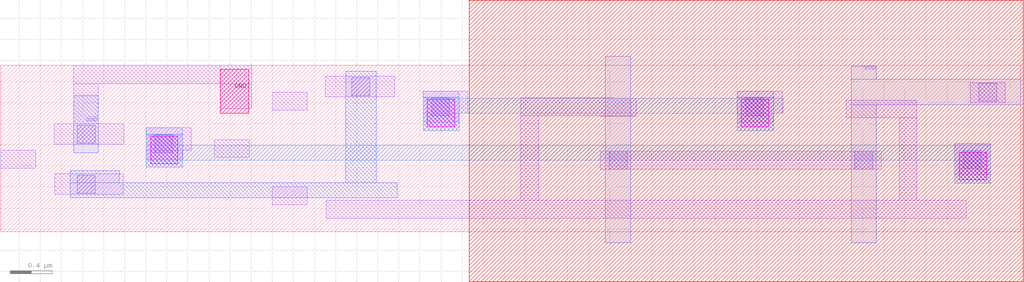
<source format=lef>
# Copyright 2020 The SkyWater PDK Authors
#
# Licensed under the Apache License, Version 2.0 (the "License");
# you may not use this file except in compliance with the License.
# You may obtain a copy of the License at
#
#     https://www.apache.org/licenses/LICENSE-2.0
#
# Unless required by applicable law or agreed to in writing, software
# distributed under the License is distributed on an "AS IS" BASIS,
# WITHOUT WARRANTIES OR CONDITIONS OF ANY KIND, either express or implied.
# See the License for the specific language governing permissions and
# limitations under the License.
#
# SPDX-License-Identifier: Apache-2.0

VERSION 5.7 ;
  NOWIREEXTENSIONATPIN ON ;
  DIVIDERCHAR "/" ;
  BUSBITCHARS "[]" ;
MACRO sky130_fd_bd_sram__openram_nand4_dec
  CLASS BLOCK ;
  FOREIGN sky130_fd_bd_sram__openram_nand4_dec ;
  ORIGIN  2.375000 -0.175000 ;
  SIZE  9.675000 BY  1.580000 ;
  PIN GND
    ANTENNADIFFAREA  0.389450 ;
    PORT
      LAYER met1 ;
        RECT -1.685000 0.925000 -1.450000 1.465000 ;
      LAYER pwell ;
        RECT -0.295000 1.300000 -0.025000 1.715000 ;
    END
  END GND
  PIN VDD
    ANTENNADIFFAREA  0.859175 ;
    PORT
      LAYER met1 ;
        RECT 3.360000 0.070000 3.600000 1.840000 ;
        RECT 5.690000 0.070000 5.930000 1.380000 ;
        RECT 5.690000 1.380000 7.300000 1.620000 ;
        RECT 5.690000 1.620000 5.930000 1.745000 ;
      LAYER nwell ;
        RECT 2.070000 -0.300000 7.325000 2.370000 ;
        RECT 5.430000  2.370000 7.325000 2.375000 ;
    END
  END VDD
  OBS
    LAYER li1 ;
      RECT -2.375000 0.780000 -2.045000 0.950000 ;
      RECT -1.870000 1.005000 -1.210000 1.200000 ;
      RECT -1.865000 0.530000 -1.215000 0.725000 ;
      RECT -1.685000 1.200000 -1.450000 1.580000 ;
      RECT -1.685000 1.580000  0.005000 1.755000 ;
      RECT -0.995000 0.865000 -0.655000 0.950000 ;
      RECT -0.995000 0.950000 -0.570000 1.160000 ;
      RECT -0.350000 0.880000 -0.020000 1.050000 ;
      RECT -0.295000 1.340000  0.005000 1.580000 ;
      RECT  0.200000 0.430000  0.530000 0.600000 ;
      RECT  0.200000 1.330000  0.530000 1.500000 ;
      RECT  0.700000 1.455000  1.360000 1.650000 ;
      RECT  0.710000 0.305000  6.780000 0.475000 ;
      RECT  1.630000 1.215000  1.970000 1.300000 ;
      RECT  1.630000 1.300000  2.055000 1.510000 ;
      RECT  2.555000 0.475000  2.725000 1.275000 ;
      RECT  2.555000 1.275000  3.650000 1.440000 ;
      RECT  2.555000 1.440000  3.435000 1.445000 ;
      RECT  3.310000 0.770000  5.975000 0.940000 ;
      RECT  3.310000 1.270000  3.650000 1.275000 ;
      RECT  4.610000 1.215000  4.950000 1.300000 ;
      RECT  4.610000 1.300000  5.035000 1.510000 ;
      RECT  5.645000 1.255000  6.315000 1.425000 ;
      RECT  6.145000 0.475000  6.315000 1.255000 ;
      RECT  6.675000 0.715000  7.015000 1.010000 ;
      RECT  6.820000 1.400000  7.150000 1.590000 ;
    LAYER mcon ;
      RECT -1.650000 0.540000 -1.480000 0.710000 ;
      RECT -1.650000 1.015000 -1.480000 1.185000 ;
      RECT -0.915000 0.925000 -0.745000 1.095000 ;
      RECT  0.955000 1.465000  1.125000 1.635000 ;
      RECT  1.710000 1.275000  1.880000 1.445000 ;
      RECT  3.395000 0.770000  3.565000 0.940000 ;
      RECT  4.690000 1.275000  4.860000 1.445000 ;
      RECT  5.725000 0.770000  5.895000 0.940000 ;
      RECT  6.755000 0.775000  6.925000 0.945000 ;
      RECT  6.900000 1.415000  7.070000 1.585000 ;
    LAYER met1 ;
      RECT -1.715000 0.500000  1.385000 0.640000 ;
      RECT -1.715000 0.640000 -1.250000 0.755000 ;
      RECT -0.995000 0.785000 -0.650000 1.100000 ;
      RECT -0.995000 1.100000 -0.655000 1.160000 ;
      RECT  0.895000 0.640000  1.185000 1.700000 ;
      RECT  1.630000 1.135000  1.975000 1.450000 ;
      RECT  1.630000 1.450000  1.970000 1.510000 ;
      RECT  4.610000 1.135000  4.955000 1.450000 ;
      RECT  4.610000 1.450000  4.950000 1.510000 ;
      RECT  6.675000 0.635000  7.015000 1.010000 ;
    LAYER met2 ;
      RECT -0.995000 0.785000 -0.650000 0.855000 ;
      RECT -0.995000 0.855000  7.015000 0.995000 ;
      RECT -0.995000 0.995000 -0.650000 1.090000 ;
      RECT  1.630000 1.135000  1.975000 1.300000 ;
      RECT  1.630000 1.300000  5.045000 1.440000 ;
      RECT  4.610000 1.135000  4.955000 1.300000 ;
      RECT  6.675000 0.635000  7.015000 0.855000 ;
    LAYER via ;
      RECT -0.955000 0.820000 -0.695000 1.080000 ;
      RECT  1.670000 1.170000  1.930000 1.430000 ;
      RECT  4.650000 1.170000  4.910000 1.430000 ;
      RECT  6.715000 0.670000  6.975000 0.930000 ;
  END
END sky130_fd_bd_sram__openram_nand4_dec
END LIBRARY

</source>
